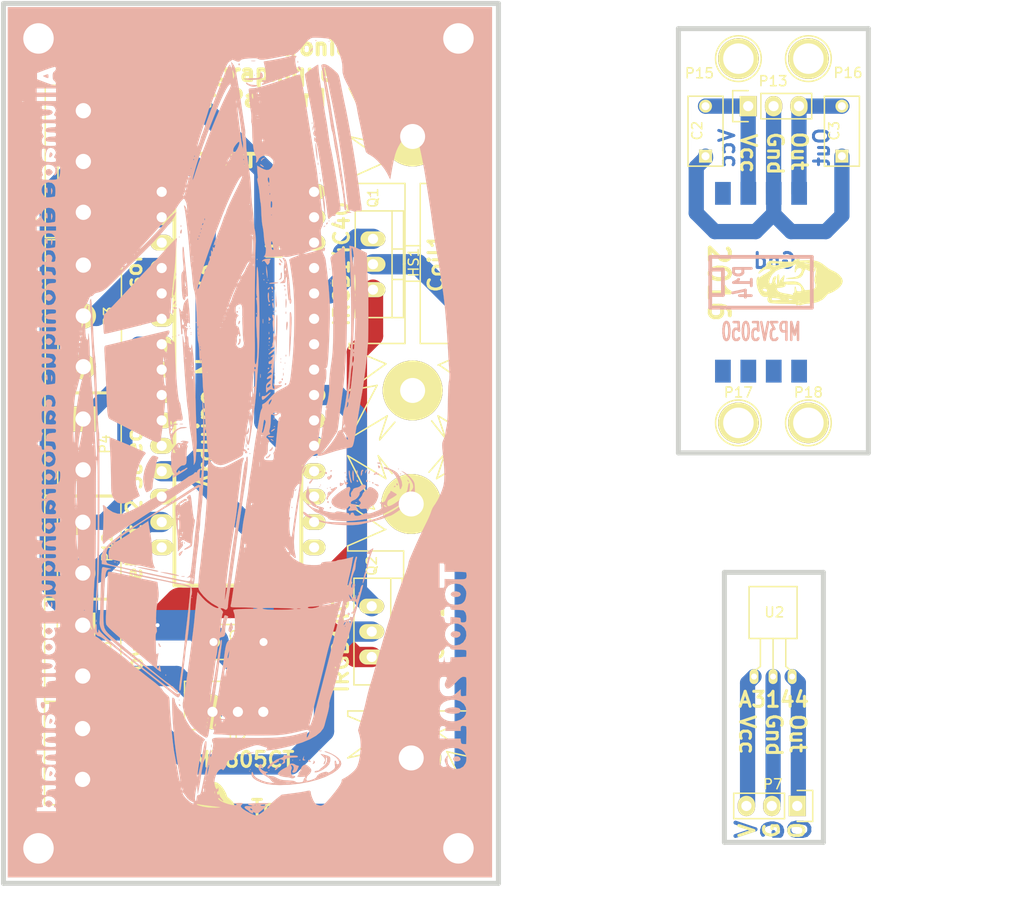
<source format=kicad_pcb>
(kicad_pcb (version 4) (host pcbnew 4.0.4+e1-6308~48~ubuntu16.04.1-stable)
  (layers (0 F.Cu signal) (31 B.Cu signal) (34 B.Paste user) (35 F.Paste user) (36 B.SilkS user) (37 F.SilkS user) (38 B.Mask user) (39 F.Mask user) (44 Edge.Cuts user))
  (net 0 "")
  (net 1 "Net-(U1-Pad1)")
  (net 2 "Net-(U1-Pad3)")
  (net 3 "Net-(U1-Pad11)")
  (net 4 "Net-(U1-Pad13)")
  (net 5 "Net-(U1-Pad15)")
  (net 6 "Net-(U1-Pad16)")
  (net 7 "Net-(U1-Pad17)")
  (net 8 "Net-(U1-Pad18)")
  (net 9 GND)
  (net 10 "Net-(U1-Pad21)")
  (net 11 "Net-(U1-Pad23)")
  (net 12 "Net-(U1-Pad24)")
  (net 13 "Net-(U1-Pad27)")
  (net 14 "Net-(U1-Pad28)")
  (net 15 "Net-(U1-Pad29)")
  (net 16 "Net-(U1-Pad30)")
  (net 17 "Net-(P1-Pad1)")
  (net 18 "Net-(P3-Pad1)")
  (net 19 "Net-(P3-Pad2)")
  (net 20 "Net-(P4-Pad1)")
  (net 21 "Net-(P6-Pad1)")
  (net 22 +5V)
  (net 23 "Net-(Q1-Pad1)")
  (net 24 "Net-(Q2-Pad1)")
  (net 25 "Net-(P7-Pad1)")
  (net 26 "Net-(P7-Pad2)")
  (net 27 "Net-(P7-Pad3)")
  (net 28 "Net-(P8-Pad1)")
  (net 29 "Net-(P9-Pad1)")
  (net 30 "Net-(P10-Pad1)")
  (net 31 "Net-(P11-Pad1)")
  (net 32 "Net-(U1-Pad5)")
  (net 33 "Net-(U1-Pad25)")
  (net 34 "Net-(U1-Pad6)")
  (net 35 "Net-(P12-Pad1)")
  (net 36 "Net-(P14-Pad1)")
  (net 37 "Net-(P14-Pad5)")
  (net 38 "Net-(P14-Pad6)")
  (net 39 "Net-(P14-Pad7)")
  (net 40 "Net-(P14-Pad8)")
  (net 41 "Net-(C2-Pad2)")
  (net 42 "Net-(C3-Pad2)")
  (net 43 "Net-(U1-Pad8)")
  (net 44 "Net-(U1-Pad10)")
  (net 45 "Net-(P1-Pad2)")
  (net 46 "Net-(P5-Pad2)")
  (net 47 "Net-(P15-Pad1)")
  (net 48 "Net-(P16-Pad1)")
  (net 49 "Net-(P17-Pad1)")
  (net 50 "Net-(P18-Pad1)")
  (module Connect:bornier2 (layer F.Cu) (at 69.46138 71.6026 270)
    (fp_text reference P4 (at -0.03048 -2.17932 270) (layer F.SilkS))
    (fp_text value CONN_SEL1)
    (pad 1 thru_hole rect (at -2.54 0 270) (size 2.54 2.54) (drill 1.524) (layers *.Cu *.Mask F.SilkS) (net 20 "Net-(P4-Pad1)"))
    (pad 2 thru_hole circle (at 2.54 0 270) (size 2.54 2.54) (drill 1.524) (layers *.Cu *.Mask F.SilkS) (net 9 GND))
  )
  (module Heatsinks:Heatsink_Fischer_SK104-STC-STIC_35x13mm_2xDrill2.5mm (layer F.Cu) (at 102.27818 90.2589 270)
    (fp_text reference HS2 (at -0.1397 -0.0254 270) (layer F.SilkS))
    (fp_text value HEATSINK)
    (pad 1 thru_hole circle (at 12.7 0 270) (size 5.99948 5.99948) (drill 2.49936) (layers *.Cu *.Mask F.SilkS))
    (pad 1 thru_hole circle (at -12.7 0 270) (size 5.99948 5.99948) (drill 2.49936) (layers *.Cu *.Mask F.SilkS))
  )
  (module Tete_budha:Tete_budha (layer F.Cu) (at 141.1605 55.372 270)
    (fp_text reference G1 hide)
    (fp_text value Tete_budha hide)
  )
  (module MP3V5050V:MP3V5050V (layer B.Cu) (at 137.2616 55.3847)
    (fp_text reference P14 (at -1.778 0 270) (layer B.SilkS) (effects (font (size 1.778 1.143) (thickness 0.3048)) (justify mirror)))
    (fp_text value MP3V5050 (at 0 4.953) (layer B.SilkS) (effects (font (size 1.778 1.016) (thickness 0.254)) (justify mirror)))
    (pad 1 smd rect (at -3.81 -8.89) (size 1.5748 2.286) (layers B.Cu B.Paste B.Mask) (net 36 "Net-(P14-Pad1)"))
    (pad 2 smd rect (at -1.27 -8.89) (size 1.5748 2.286) (layers B.Cu B.Paste B.Mask) (net 41 "Net-(C2-Pad2)"))
    (pad 3 smd rect (at 1.27 -8.89) (size 1.5748 2.286) (layers B.Cu B.Paste B.Mask) (net 9 GND))
    (pad 4 smd rect (at 3.81 -8.89) (size 1.5748 2.286) (layers B.Cu B.Paste B.Mask) (net 42 "Net-(C3-Pad2)"))
    (pad 5 smd rect (at 3.81 8.89) (size 1.5748 2.286) (layers B.Cu B.Paste B.Mask) (net 37 "Net-(P14-Pad5)"))
    (pad 6 smd rect (at 1.27 8.89) (size 1.5748 2.286) (layers B.Cu B.Paste B.Mask) (net 38 "Net-(P14-Pad6)"))
    (pad 7 smd rect (at -1.27 8.89) (size 1.5748 2.286) (layers B.Cu B.Paste B.Mask) (net 39 "Net-(P14-Pad7)"))
    (pad 8 smd rect (at -3.81 8.89) (size 1.5748 2.286) (layers B.Cu F.Paste F.Mask) (net 40 "Net-(P14-Pad8)"))
  )
  (module TO_SOT_Packages_THT:TO-92_Horizontal2_Inline_Narrow_Oval (layer F.Cu) (at 137.1981 94.82074)
    (fp_text reference U2 (at 1.397 -6.42874 180) (layer F.SilkS))
    (fp_text value A3144)
    (pad 2 thru_hole oval (at 1.27 0) (size 0.89916 1.50114) (drill 0.6) (layers *.Cu *.Mask F.SilkS) (net 26 "Net-(P7-Pad2)"))
    (pad 1 thru_hole oval (at -0.635 0) (size 0.89916 1.50114) (drill 0.6) (layers *.Cu *.Mask F.SilkS) (net 27 "Net-(P7-Pad3)"))
    (pad 3 thru_hole oval (at 3.175 0) (size 0.89916 1.50114) (drill 0.6) (layers *.Cu *.Mask F.SilkS) (net 25 "Net-(P7-Pad1)"))
  )
  (module arduino:arduino_mini (layer F.Cu) (at 84.94268 65.3923 270)
    (fp_text reference U1 (at -13.97 -3.81 270) (layer F.SilkS) (effects (font (size 1.778 1.778) (thickness 0.3048))))
    (fp_text value Arduino_Nano_V3 (at -0.635 3.175 270) (layer F.SilkS) (effects (font (size 1.778 1.778) (thickness 0.3048))))
    (pad 1 thru_hole rect (at -19.05 7.62 270) (size 1.5748 2.286) (drill 1.016) (layers *.Cu *.Mask F.SilkS) (net 1 "Net-(U1-Pad1)"))
    (pad 2 thru_hole oval (at -16.51 7.62 270) (size 1.5748 2.286) (drill 1.016) (layers *.Cu *.Mask F.SilkS) (net 18 "Net-(P3-Pad1)"))
    (pad 3 thru_hole oval (at -13.97 7.62 270) (size 1.5748 2.286) (drill 1.016) (layers *.Cu *.Mask F.SilkS) (net 2 "Net-(U1-Pad3)"))
    (pad 4 thru_hole oval (at -11.43 7.62 270) (size 1.5748 2.286) (drill 1.016) (layers *.Cu *.Mask F.SilkS) (net 19 "Net-(P3-Pad2)"))
    (pad 5 thru_hole oval (at -8.89 7.62 270) (size 1.5748 2.286) (drill 1.016) (layers *.Cu *.Mask F.SilkS) (net 32 "Net-(U1-Pad5)"))
    (pad 6 thru_hole oval (at -6.35 7.62 270) (size 1.5748 2.286) (drill 1.016) (layers *.Cu *.Mask F.SilkS) (net 34 "Net-(U1-Pad6)"))
    (pad 7 thru_hole oval (at -3.81 7.62 270) (size 1.5748 2.286) (drill 1.016) (layers *.Cu *.Mask F.SilkS) (net 20 "Net-(P4-Pad1)"))
    (pad 8 thru_hole oval (at -1.27 7.62 270) (size 1.5748 2.286) (drill 1.016) (layers *.Cu *.Mask F.SilkS) (net 43 "Net-(U1-Pad8)"))
    (pad 9 thru_hole oval (at 1.27 7.62 270) (size 1.5748 2.286) (drill 1.016) (layers *.Cu *.Mask F.SilkS) (net 35 "Net-(P12-Pad1)"))
    (pad 10 thru_hole oval (at 3.81 7.62 270) (size 1.5748 2.286) (drill 1.016) (layers *.Cu *.Mask F.SilkS) (net 44 "Net-(U1-Pad10)"))
    (pad 11 thru_hole oval (at 6.35 7.62 270) (size 1.5748 2.286) (drill 1.016) (layers *.Cu *.Mask F.SilkS) (net 3 "Net-(U1-Pad11)"))
    (pad 12 thru_hole oval (at 8.89 7.62 270) (size 1.5748 2.286) (drill 1.016) (layers *.Cu *.Mask F.SilkS) (net 22 +5V))
    (pad 13 thru_hole oval (at 11.43 7.62 270) (size 1.5748 2.286) (drill 1.016) (layers *.Cu *.Mask F.SilkS) (net 4 "Net-(U1-Pad13)"))
    (pad 14 thru_hole oval (at 13.97 7.62 270) (size 1.5748 2.286) (drill 1.016) (layers *.Cu *.Mask F.SilkS) (net 9 GND))
    (pad 15 thru_hole oval (at 16.51 7.62 270) (size 1.5748 2.286) (drill 1.016) (layers *.Cu *.Mask F.SilkS) (net 5 "Net-(U1-Pad15)"))
    (pad 16 thru_hole oval (at 16.51 -7.62 270) (size 1.5748 2.286) (drill 1.016) (layers *.Cu *.Mask F.SilkS) (net 6 "Net-(U1-Pad16)"))
    (pad 17 thru_hole oval (at 13.97 -7.62 270) (size 1.5748 2.286) (drill 1.016) (layers *.Cu *.Mask F.SilkS) (net 7 "Net-(U1-Pad17)"))
    (pad 18 thru_hole oval (at 11.43 -7.62 270) (size 1.5748 2.286) (drill 1.016) (layers *.Cu *.Mask F.SilkS) (net 8 "Net-(U1-Pad18)"))
    (pad 19 thru_hole oval (at 8.89 -7.62 270) (size 1.5748 2.286) (drill 1.016) (layers *.Cu *.Mask F.SilkS) (net 9 GND))
    (pad 20 thru_hole oval (at 6.35 -7.62 270) (size 1.5748 2.286) (drill 1.016) (layers *.Cu *.Mask F.SilkS) (net 21 "Net-(P6-Pad1)"))
    (pad 21 thru_hole oval (at 3.81 -7.62 270) (size 1.5748 2.286) (drill 1.016) (layers *.Cu *.Mask F.SilkS) (net 10 "Net-(U1-Pad21)"))
    (pad 22 thru_hole oval (at 1.27 -7.62 270) (size 1.5748 2.286) (drill 1.016) (layers *.Cu *.Mask F.SilkS) (net 24 "Net-(Q2-Pad1)"))
    (pad 23 thru_hole oval (at -1.27 -7.62 270) (size 1.5748 2.286) (drill 1.016) (layers *.Cu *.Mask F.SilkS) (net 11 "Net-(U1-Pad23)"))
    (pad 24 thru_hole oval (at -3.81 -7.62 270) (size 1.5748 2.286) (drill 1.016) (layers *.Cu *.Mask F.SilkS) (net 12 "Net-(U1-Pad24)"))
    (pad 25 thru_hole oval (at -6.35 -7.62 270) (size 1.5748 2.286) (drill 1.016) (layers *.Cu *.Mask F.SilkS) (net 33 "Net-(U1-Pad25)"))
    (pad 26 thru_hole oval (at -8.89 -7.62 270) (size 1.5748 2.286) (drill 1.016) (layers *.Cu *.Mask F.SilkS) (net 23 "Net-(Q1-Pad1)"))
    (pad 27 thru_hole oval (at -11.43 -7.62 270) (size 1.5748 2.286) (drill 1.016) (layers *.Cu *.Mask F.SilkS) (net 13 "Net-(U1-Pad27)"))
    (pad 28 thru_hole oval (at -13.97 -7.62 270) (size 1.5748 2.286) (drill 1.016) (layers *.Cu *.Mask F.SilkS) (net 14 "Net-(U1-Pad28)"))
    (pad 29 thru_hole oval (at -16.51 -7.62 270) (size 1.5748 2.286) (drill 1.016) (layers *.Cu *.Mask F.SilkS) (net 15 "Net-(U1-Pad29)"))
    (pad 30 thru_hole oval (at -19.05 -7.62 270) (size 1.5748 2.286) (drill 1.016) (layers *.Cu *.Mask F.SilkS) (net 16 "Net-(U1-Pad30)"))
  )
  (module Connect:bornier3 (layer F.Cu) (at 69.48678 58.7502 270)
    (fp_text reference P3 (at 0.03048 -2.56286 270) (layer F.SilkS))
    (fp_text value CONN_DEP)
    (pad 1 thru_hole rect (at -5.08 0 270) (size 2.54 2.54) (drill 1.524) (layers *.Cu *.Mask F.SilkS) (net 18 "Net-(P3-Pad1)"))
    (pad 2 thru_hole circle (at 0 0 270) (size 2.54 2.54) (drill 1.524) (layers *.Cu *.Mask F.SilkS) (net 19 "Net-(P3-Pad2)"))
    (pad 3 thru_hole circle (at 5.08 0 270) (size 2.54 2.54) (drill 1.524) (layers *.Cu *.Mask F.SilkS) (net 9 GND))
  )
  (module Connect:bornier2 (layer F.Cu) (at 69.42328 92.2274 270)
    (fp_text reference P5 (at 0.01778 -2.33426 270) (layer F.SilkS))
    (fp_text value CONN_12V)
    (pad 1 thru_hole rect (at -2.54 0 270) (size 2.54 2.54) (drill 1.524) (layers *.Cu *.Mask F.SilkS) (net 9 GND))
    (pad 2 thru_hole circle (at 2.54 0 270) (size 2.54 2.54) (drill 1.524) (layers *.Cu *.Mask F.SilkS) (net 46 "Net-(P5-Pad2)"))
  )
  (module Connect:bornier3 (layer F.Cu) (at 69.48678 43.307 270)
    (fp_text reference P6 (at -0.0254 -2.54508 270) (layer F.SilkS))
    (fp_text value CONN_HALL1)
    (pad 1 thru_hole rect (at -5.08 0 270) (size 2.54 2.54) (drill 1.524) (layers *.Cu *.Mask F.SilkS) (net 21 "Net-(P6-Pad1)"))
    (pad 2 thru_hole circle (at 0 0 270) (size 2.54 2.54) (drill 1.524) (layers *.Cu *.Mask F.SilkS) (net 9 GND))
    (pad 3 thru_hole circle (at 5.08 0 270) (size 2.54 2.54) (drill 1.524) (layers *.Cu *.Mask F.SilkS) (net 22 +5V))
  )
  (module TO_SOT_Packages_THT:TO-220_Neutral123_Vertical (layer F.Cu) (at 98.45548 53.58384 270)
    (fp_text reference Q1 (at -6.64464 0 270) (layer F.SilkS))
    (fp_text value IRGB14C40)
    (pad 2 thru_hole oval (at 0 0) (size 2.49936 1.50114) (drill 1.016) (layers *.Cu *.Mask F.SilkS) (net 45 "Net-(P1-Pad2)"))
    (pad 1 thru_hole oval (at -2.54 0) (size 2.49936 1.50114) (drill 1.016) (layers *.Cu *.Mask F.SilkS) (net 23 "Net-(Q1-Pad1)"))
    (pad 3 thru_hole oval (at 2.54 0) (size 2.49936 1.50114) (drill 1.016) (layers *.Cu *.Mask F.SilkS) (net 9 GND))
  )
  (module TO_SOT_Packages_THT:TO-220_Neutral123_Vertical (layer F.Cu) (at 98.32848 90.3224 270)
    (fp_text reference Q2 (at -6.5786 0 270) (layer F.SilkS))
    (fp_text value IRGB14C40)
    (pad 2 thru_hole oval (at 0 0) (size 2.49936 1.50114) (drill 1.016) (layers *.Cu *.Mask F.SilkS) (net 17 "Net-(P1-Pad1)"))
    (pad 1 thru_hole oval (at -2.54 0) (size 2.49936 1.50114) (drill 1.016) (layers *.Cu *.Mask F.SilkS) (net 24 "Net-(Q2-Pad1)"))
    (pad 3 thru_hole oval (at 2.54 0) (size 2.49936 1.50114) (drill 1.016) (layers *.Cu *.Mask F.SilkS) (net 9 GND))
  )
  (module Socket_Strips:Socket_Strip_Straight_1x03 (layer F.Cu) (at 140.8811 107.7595 180)
    (fp_text reference P7 (at 2.4384 2.1717 180) (layer F.SilkS))
    (fp_text value CONN_HALL2)
    (pad 1 thru_hole rect (at 0 0 180) (size 1.7272 2.032) (drill 1.016) (layers *.Cu *.Mask F.SilkS) (net 25 "Net-(P7-Pad1)"))
    (pad 2 thru_hole oval (at 2.54 0 180) (size 1.7272 2.032) (drill 1.016) (layers *.Cu *.Mask F.SilkS) (net 26 "Net-(P7-Pad2)"))
    (pad 3 thru_hole oval (at 5.08 0 180) (size 1.7272 2.032) (drill 1.016) (layers *.Cu *.Mask F.SilkS) (net 27 "Net-(P7-Pad3)"))
  )
  (module TO_SOT_Packages_THT:TO-220_Neutral123_Vertical_LargePads (layer F.Cu) (at 84.94268 98.3488)
    (fp_text reference U3 (at 0.0127 2.7813) (layer F.SilkS))
    (fp_text value LM7805CT)
    (pad 2 thru_hole oval (at 0 0 90) (size 3.50012 1.69926) (drill 1.016) (layers *.Cu *.Mask F.SilkS) (net 9 GND))
    (pad 1 thru_hole oval (at -2.54 0 90) (size 3.50012 1.69926) (drill 1.016) (layers *.Cu *.Mask F.SilkS) (net 46 "Net-(P5-Pad2)"))
    (pad 3 thru_hole oval (at 2.54 0 90) (size 3.50012 1.69926) (drill 1.016) (layers *.Cu *.Mask F.SilkS) (net 22 +5V))
  )
  (module Heatsinks:Heatsink_Fischer_SK104-STC-STIC_35x13mm_2xDrill2.5mm (layer F.Cu) (at 102.41788 53.5051 90)
    (fp_text reference HS1 (at 0.1016 0.1016 90) (layer F.SilkS))
    (fp_text value HEATSINK)
    (pad 1 thru_hole circle (at 12.7 0 90) (size 5.99948 5.99948) (drill 2.49936) (layers *.Cu *.Mask F.SilkS))
    (pad 1 thru_hole circle (at -12.7 0 90) (size 5.99948 5.99948) (drill 2.49936) (layers *.Cu *.Mask F.SilkS))
  )
  (module Connect:1pin (layer F.Cu) (at 107 31)
    (fp_text reference P8 (at -3.4978 1.4406) (layer F.SilkS))
    (fp_text value FIX)
    (pad 1 thru_hole circle (at 0 0) (size 4.064 4.064) (drill 3.048) (layers *.Cu *.Mask F.SilkS) (net 28 "Net-(P8-Pad1)"))
  )
  (module Connect:1pin (layer F.Cu) (at 107 112 180)
    (fp_text reference P9 (at 3.6502 1.0782 180) (layer F.SilkS))
    (fp_text value FIX)
    (pad 1 thru_hole circle (at 0 0 180) (size 4.064 4.064) (drill 3.048) (layers *.Cu *.Mask F.SilkS) (net 29 "Net-(P9-Pad1)"))
  )
  (module Connect:1pin (layer F.Cu) (at 65 112 180)
    (fp_text reference P10 (at -4.12356 1.13408 180) (layer F.SilkS))
    (fp_text value FIX)
    (pad 1 thru_hole circle (at 0 0 180) (size 4.064 4.064) (drill 3.048) (layers *.Cu *.Mask F.SilkS) (net 30 "Net-(P10-Pad1)"))
  )
  (module Connect:1pin (layer F.Cu) (at 65 31)
    (fp_text reference P11 (at 4.0118 1.3644) (layer F.SilkS))
    (fp_text value FIX)
    (pad 1 thru_hole circle (at 0 0) (size 4.064 4.064) (drill 3.048) (layers *.Cu *.Mask F.SilkS) (net 31 "Net-(P11-Pad1)"))
  )
  (module Capacitors_ThroughHole:C_Rect_L7_W3.5_P5 (layer F.Cu) (at 87.50808 91.3638 180)
    (fp_text reference C1 (at 2.55016 0.57404 180) (layer F.SilkS))
    (fp_text value 100n)
    (pad 1 thru_hole rect (at 0 0 180) (size 1.3 1.3) (drill 0.8) (layers *.Cu *.Mask F.SilkS) (net 22 +5V))
    (pad 2 thru_hole circle (at 5 0 180) (size 1.3 1.3) (drill 0.8) (layers *.Cu *.Mask F.SilkS) (net 9 GND))
  )
  (module Connect:bornier2 (layer F.Cu) (at 69.43598 81.9277 270)
    (fp_text reference P12 (at -0.0127 -2.4511 270) (layer F.SilkS))
    (fp_text value CONN_SEL2)
    (pad 1 thru_hole rect (at -2.54 0 270) (size 2.54 2.54) (drill 1.524) (layers *.Cu *.Mask F.SilkS) (net 35 "Net-(P12-Pad1)"))
    (pad 2 thru_hole circle (at 2.54 0 270) (size 2.54 2.54) (drill 1.524) (layers *.Cu *.Mask F.SilkS) (net 9 GND))
  )
  (module Tete_budha:Tete_budha (layer F.Cu) (at 82.7024 109.63656)
    (fp_text reference G1 hide)
    (fp_text value Tete_budha hide)
  )
  (module Socket_Strips:Socket_Strip_Straight_1x03 (layer F.Cu) (at 135.9789 37.7698)
    (fp_text reference P13 (at 2.49174 -2.50444) (layer F.SilkS))
    (fp_text value CONN_DEP2)
    (pad 1 thru_hole rect (at 0 0) (size 1.7272 2.032) (drill 1.016) (layers *.Cu *.Mask F.SilkS) (net 41 "Net-(C2-Pad2)"))
    (pad 2 thru_hole oval (at 2.54 0) (size 1.7272 2.032) (drill 1.016) (layers *.Cu *.Mask F.SilkS) (net 9 GND))
    (pad 3 thru_hole oval (at 5.08 0) (size 1.7272 2.032) (drill 1.016) (layers *.Cu *.Mask F.SilkS) (net 42 "Net-(C3-Pad2)"))
  )
  (module Capacitors_ThroughHole:C_Rect_L7_W3.5_P5 (layer F.Cu) (at 131.7117 42.7736 90)
    (fp_text reference C2 (at 2.5527 -0.8382 90) (layer F.SilkS))
    (fp_text value 1µ)
    (pad 1 thru_hole rect (at 0 0 90) (size 1.3 1.3) (drill 0.8) (layers *.Cu *.Mask F.SilkS) (net 9 GND))
    (pad 2 thru_hole circle (at 5 0 90) (size 1.3 1.3) (drill 0.8) (layers *.Cu *.Mask F.SilkS) (net 41 "Net-(C2-Pad2)"))
  )
  (module Capacitors_ThroughHole:C_Rect_L7_W3.5_P5 (layer F.Cu) (at 145.3515 42.7736 90)
    (fp_text reference C3 (at 2.54 -0.7747 90) (layer F.SilkS))
    (fp_text value 470p)
    (pad 1 thru_hole rect (at 0 0 90) (size 1.3 1.3) (drill 0.8) (layers *.Cu *.Mask F.SilkS) (net 9 GND))
    (pad 2 thru_hole circle (at 5 0 90) (size 1.3 1.3) (drill 0.8) (layers *.Cu *.Mask F.SilkS) (net 42 "Net-(C3-Pad2)"))
  )
  (module Connect:bornier2 (layer F.Cu) (at 69.41058 102.5652 270)
    (fp_text reference P1 (at -0.0254 -2.5654 270) (layer F.SilkS))
    (fp_text value CONN_IGBT)
    (pad 1 thru_hole rect (at -2.54 0 270) (size 2.54 2.54) (drill 1.524) (layers *.Cu *.Mask F.SilkS) (net 17 "Net-(P1-Pad1)"))
    (pad 2 thru_hole circle (at 2.54 0 270) (size 2.54 2.54) (drill 1.524) (layers *.Cu *.Mask F.SilkS) (net 45 "Net-(P1-Pad2)"))
  )
  (module aecp_Nano_V3:Panhard24CT2 (layer B.Cu) (at 86.1441 71.3867 270)
    (fp_text reference G2 hide)
    (fp_text value Panhard24CT hide)
  )
  (module Connect:1pin (layer F.Cu) (at 134.999 33.0188)
    (fp_text reference P15 (at -3.8969 1.4617) (layer F.SilkS))
    (fp_text value FIX)
    (pad 1 thru_hole circle (at 0 0) (size 4.064 4.064) (drill 3.048) (layers *.Cu *.Mask F.SilkS) (net 47 "Net-(P15-Pad1)"))
  )
  (module Connect:1pin (layer F.Cu) (at 141.999 33.0188)
    (fp_text reference P16 (at 3.9624 1.4236) (layer F.SilkS))
    (fp_text value FIX)
    (pad 1 thru_hole circle (at 0 0) (size 4.064 4.064) (drill 3.048) (layers *.Cu *.Mask F.SilkS) (net 48 "Net-(P16-Pad1)"))
  )
  (module Connect:1pin (layer F.Cu) (at 134.999 69.4478)
    (fp_text reference P17 (at 0 -3.048) (layer F.SilkS))
    (fp_text value FIX)
    (pad 1 thru_hole circle (at 0 0) (size 4.064 4.064) (drill 3.048) (layers *.Cu *.Mask F.SilkS) (net 49 "Net-(P17-Pad1)"))
  )
  (module Connect:1pin (layer F.Cu) (at 141.999 69.4478)
    (fp_text reference P18 (at 0 -3.048) (layer F.SilkS))
    (fp_text value FIX)
    (pad 1 thru_hole circle (at 0 0) (size 4.064 4.064) (drill 3.048) (layers *.Cu *.Mask F.SilkS) (net 50 "Net-(P18-Pad1)"))
  )
  (gr_text Coil (at 74.676 102.6414 90) (layer F.SilkS) (effects (font (size 1.5 1.5) (thickness 0.3))))
  (gr_text Power (at 74.6379 92.4306 90) (layer F.SilkS) (effects (font (size 1.5 1.5) (thickness 0.3))))
  (gr_text Gnd (at 63.7032 84.5058 90) (layer F.SilkS) (effects (font (size 1.5 1.5) (thickness 0.3))))
  (gr_text C2 (at 63.7413 100.0506 90) (layer F.SilkS) (effects (font (size 1.5 1.5) (thickness 0.3))))
  (gr_text C1 (at 63.7032 105.1179 90) (layer F.SilkS) (effects (font (size 1.5 1.5) (thickness 0.3))))
  (gr_text SV (at 63.64732 79.40548 90) (layer F.SilkS) (effects (font (size 1.5 1.5) (thickness 0.3))))
  (gr_text SC (at 63.73368 69.08292 90) (layer F.SilkS) (effects (font (size 1.5 1.5) (thickness 0.3))))
  (gr_text In (at 63.87084 59.12104 90) (layer F.SilkS) (effects (font (size 1.5 1.5) (thickness 0.3))))
  (gr_text Gnd (at 63.75908 43.41876 90) (layer F.SilkS) (effects (font (size 1.5 1.5) (thickness 0.3))))
  (gr_text Gnd (at 63.7032 89.74328 90) (layer F.SilkS) (effects (font (size 1.5 1.5) (thickness 0.3))))
  (gr_text Gnd (at 63.7032 74.20864 90) (layer F.SilkS) (effects (font (size 1.5 1.5) (thickness 0.3))))
  (gr_text "Allumage électronique\ncartographique\npour Panhard" (at 85.5726 34.4424) (layer F.SilkS) (effects (font (size 1.6 1.6) (thickness 0.4))))
  (gr_text 2016 (at 133.0452 55.4482 270) (layer F.SilkS) (effects (font (size 2 2) (thickness 0.4))))
  (gr_text Gnd (at 138.684 42.5069 270) (layer F.SilkS) (effects (font (size 1.5 1.5) (thickness 0.3))))
  (gr_text A3144 (at 138.5316 97.1169) (layer F.SilkS) (effects (font (size 1.5 1.5) (thickness 0.3))))
  (gr_text O (at 140.8684 110.2106 90) (layer F.SilkS) (effects (font (size 1.5 1.5) (thickness 0.3))))
  (gr_text G (at 138.3284 110.1979 90) (layer F.SilkS) (effects (font (size 1.5 1.5) (thickness 0.3))))
  (gr_text V (at 135.8646 110.2106 90) (layer F.SilkS) (effects (font (size 1.5 1.5) (thickness 0.3))))
  (gr_text O (at 141.1859 110.0963 90) (layer B.Cu) (effects (font (size 2 2) (thickness 0.4)) (justify mirror)))
  (gr_text G (at 138.4681 110.1217 90) (layer B.Cu) (effects (font (size 2 2) (thickness 0.4)) (justify mirror)))
  (gr_text V (at 135.8011 110.0963 90) (layer B.Cu) (effects (font (size 2 2) (thickness 0.4)) (justify mirror)))
  (gr_text Gnd (at 138.6332 53.2257) (layer B.Cu) (effects (font (size 1.5 1.5) (thickness 0.3)) (justify mirror)))
  (gr_text Vcc (at 133.858 41.9862 90) (layer B.Cu) (effects (font (size 1.5 1.5) (thickness 0.3)) (justify mirror)))
  (gr_text Out (at 143.3322 41.8719 90) (layer B.Cu) (effects (font (size 1.5 1.5) (thickness 0.3)) (justify mirror)))
  (gr_line (start 147.999 30.0188) (end 147.999 72.4478) (angle 90) (layer Edge.Cuts) (width 0.5))
  (gr_text "Totof\n2016" (at 89.07272 109.13364) (layer F.SilkS) (effects (font (size 1.5 1.5) (thickness 0.3))))
  (gr_text Out (at 140.9446 100.5078 270) (layer F.SilkS) (effects (font (size 1.5 1.5) (thickness 0.3))))
  (gr_text Gnd (at 138.5697 100.6602 270) (layer F.SilkS) (effects (font (size 1.5 1.5) (thickness 0.3))))
  (gr_text Vcc (at 135.89 100.6348 270) (layer F.SilkS) (effects (font (size 1.5 1.5) (thickness 0.3))))
  (gr_text Out (at 141.0843 42.2656 270) (layer F.SilkS) (effects (font (size 1.5 1.5) (thickness 0.3))))
  (gr_text Vcc (at 136.0043 42.4942 270) (layer F.SilkS) (effects (font (size 1.5 1.5) (thickness 0.3))))
  (gr_line (start 128.999 72.4478) (end 128.999 30.0188) (angle 90) (layer Edge.Cuts) (width 0.5))
  (gr_line (start 147.999 72.4478) (end 128.999 72.4478) (angle 90) (layer Edge.Cuts) (width 0.5))
  (gr_line (start 128.999 30.0188) (end 147.999 30.0188) (angle 90) (layer Edge.Cuts) (width 0.5))
  (gr_text 3V3 (at 64.008 53.6829 90) (layer F.SilkS) (effects (font (size 1.5 1.5) (thickness 0.3))))
  (gr_text In (at 63.8302 38.14064 90) (layer F.SilkS) (effects (font (size 1.5 1.5) (thickness 0.3))))
  (gr_text 5V (at 63.9699 48.387 90) (layer F.SilkS) (effects (font (size 1.5 1.5) (thickness 0.3))))
  (gr_text Coil2 (at 104.7496 90.33256 90) (layer F.SilkS) (effects (font (size 1.5 1.5) (thickness 0.3))))
  (gr_text Coil1 (at 104.775 53.45684 90) (layer F.SilkS) (effects (font (size 1.5 1.5) (thickness 0.3))))
  (gr_text Gnd (at 63.89624 63.82004 90) (layer F.SilkS) (effects (font (size 1.5 1.5) (thickness 0.3))))
  (gr_text 12V (at 63.74384 94.68104 90) (layer F.SilkS) (effects (font (size 1.5 1.5) (thickness 0.3))))
  (gr_text "Select 2" (at 74.5744 81.8642 90) (layer F.SilkS) (effects (font (size 1.5 1.5) (thickness 0.3))))
  (gr_text "Select 1" (at 74.5744 71.38924 90) (layer F.SilkS) (effects (font (size 1.5 1.5) (thickness 0.3))))
  (gr_text "Vac sensor" (at 74.56424 58.71464 90) (layer F.SilkS) (effects (font (size 1.5 1.5) (thickness 0.3))))
  (gr_text IRGB14C40 (at 95.31858 53.5686 90) (layer F.SilkS) (effects (font (size 1.5 1.5) (thickness 0.3))))
  (gr_text IRGB14C40 (at 95.22968 90.1954 90) (layer F.SilkS) (effects (font (size 1.5 1.5) (thickness 0.3))))
  (gr_text "Hall sensor" (at 74.64044 43.39844 90) (layer F.SilkS) (effects (font (size 1.5 1.5) (thickness 0.3))))
  (gr_text LM7805CT (at 84.91728 103.124) (layer F.SilkS) (effects (font (size 1.5 1.5) (thickness 0.3))))
  (gr_line (start 133.599 111.398) (end 133.599 84.398) (angle 90) (layer Edge.Cuts) (width 0.5))
  (gr_line (start 143.499 111.398) (end 133.599 111.398) (angle 90) (layer Edge.Cuts) (width 0.5))
  (gr_line (start 143.499 84.398) (end 143.499 111.398) (angle 90) (layer Edge.Cuts) (width 0.5))
  (gr_line (start 133.599 84.398) (end 143.499 84.398) (angle 90) (layer Edge.Cuts) (width 0.5))
  (gr_line (start 61.5 27.5) (end 111 27.5) (angle 90) (layer Edge.Cuts) (width 0.5))
  (gr_line (start 61.5 115.5) (end 61.5 27.5) (angle 90) (layer Edge.Cuts) (width 0.5))
  (gr_line (start 111 115.5) (end 61.5 115.5) (angle 90) (layer Edge.Cuts) (width 0.5))
  (gr_line (start 111 27.5) (end 111 115.5) (angle 90) (layer Edge.Cuts) (width 0.5))
  (segment (start 69.43598 84.4677) (end 69.43598 89.6747) (width 3.048) (layer B.Cu) (net 9))
  (segment (start 69.43598 89.6747) (end 69.42328 89.6874) (width 3.048) (layer B.Cu) (net 9))
  (segment (start 91.57716 87.4522) (end 79.13624 87.4522) (width 3.048) (layer F.Cu) (net 9))
  (segment (start 79.13624 87.4522) (end 76.90612 89.68232) (width 3.048) (layer F.Cu) (net 9))
  (via (at 76.90612 89.68232) (size 0.6) (drill 0.4) (layers F.Cu B.Cu) (net 9))
  (segment (start 76.90612 89.68232) (end 76.90104 89.6874) (width 3.048) (layer B.Cu) (net 9))
  (segment (start 76.90104 89.6874) (end 69.42328 89.6874) (width 3.048) (layer B.Cu) (net 9))
  (segment (start 98.45548 56.12384) (end 98.45548 60.7568) (width 2.032) (layer F.Cu) (net 9))
  (segment (start 96.84512 82.18424) (end 91.57716 87.4522) (width 2.032) (layer F.Cu) (net 9))
  (segment (start 91.57716 87.4522) (end 91.43492 87.59444) (width 2.032) (layer F.Cu) (net 9))
  (segment (start 96.84512 62.36716) (end 96.84512 82.18424) (width 2.032) (layer F.Cu) (net 9))
  (segment (start 98.45548 60.7568) (end 96.84512 62.36716) (width 2.032) (layer F.Cu) (net 9))
  (segment (start 98.32848 92.8624) (end 96.70288 92.8624) (width 2.032) (layer F.Cu) (net 9))
  (segment (start 96.70288 92.8624) (end 91.43492 87.59444) (width 2.032) (layer F.Cu) (net 9))
  (segment (start 69.46138 74.1426) (end 68.00088 74.1426) (width 2.032) (layer B.Cu) (net 9))
  (segment (start 68.00088 74.1426) (end 66.13398 76.0095) (width 2.032) (layer B.Cu) (net 9))
  (segment (start 69.48678 63.8302) (end 67.82308 63.8302) (width 2.032) (layer B.Cu) (net 9))
  (segment (start 67.82308 63.8302) (end 66.13398 65.5193) (width 2.032) (layer B.Cu) (net 9))
  (segment (start 69.42328 89.6874) (end 69.42328 88.8619) (width 2.032) (layer B.Cu) (net 9))
  (segment (start 69.42328 88.8619) (end 67.28968 86.7283) (width 3.048) (layer B.Cu) (net 9))
  (segment (start 69.43598 84.4677) (end 69.43598 84.582) (width 2.032) (layer B.Cu) (net 9))
  (segment (start 69.43598 84.582) (end 67.28968 86.7283) (width 3.048) (layer B.Cu) (net 9))
  (segment (start 69.48678 43.307) (end 69.29628 43.307) (width 2.032) (layer B.Cu) (net 9))
  (segment (start 69.29628 43.307) (end 66.13398 46.4693) (width 2.032) (layer B.Cu) (net 9))
  (segment (start 66.13398 46.4693) (end 66.13398 65.5193) (width 2.032) (layer B.Cu) (net 9))
  (segment (start 66.13398 65.5193) (end 66.13398 76.0095) (width 2.032) (layer B.Cu) (net 9))
  (segment (start 66.13398 76.0095) (end 66.13398 85.5726) (width 2.032) (layer B.Cu) (net 9))
  (segment (start 66.13398 85.5726) (end 67.28968 86.7283) (width 2.032) (layer B.Cu) (net 9))
  (segment (start 67.28968 86.7283) (end 69.43598 86.7283) (width 3.048) (layer B.Cu) (net 9))
  (segment (start 69.43598 84.4677) (end 69.43598 86.7283) (width 2.032) (layer B.Cu) (net 9))
  (segment (start 69.43598 86.7283) (end 69.43598 89.6747) (width 2.032) (layer B.Cu) (net 9))
  (segment (start 69.43598 89.6747) (end 69.42328 89.6874) (width 2.032) (layer B.Cu) (net 9))
  (segment (start 77.32268 79.3623) (end 75.84948 79.3623) (width 2.032) (layer B.Cu) (net 9))
  (segment (start 70.74408 84.4677) (end 69.43598 84.4677) (width 2.032) (layer B.Cu) (net 9))
  (segment (start 75.84948 79.3623) (end 70.74408 84.4677) (width 2.032) (layer B.Cu) (net 9))
  (segment (start 69.42328 89.6874) (end 80.83168 89.6874) (width 3.048) (layer B.Cu) (net 9))
  (segment (start 80.83168 89.6874) (end 82.50808 91.3638) (width 3.048) (layer B.Cu) (net 9))
  (segment (start 84.94268 98.3488) (end 84.94268 93.7984) (width 2.032) (layer B.Cu) (net 9))
  (segment (start 84.94268 93.7984) (end 82.50808 91.3638) (width 2.032) (layer B.Cu) (net 9))
  (segment (start 131.7117 42.7736) (end 131.7117 42.9387) (width 1.524) (layer B.Cu) (net 9))
  (segment (start 131.7117 42.9387) (end 130.7846 43.8658) (width 1.524) (layer B.Cu) (net 9))
  (segment (start 130.7846 43.8658) (end 130.7846 48.4632) (width 1.524) (layer B.Cu) (net 9))
  (segment (start 130.7846 48.4632) (end 132.6388 50.3174) (width 1.524) (layer B.Cu) (net 9))
  (segment (start 132.6388 50.3174) (end 136.7282 50.3174) (width 1.524) (layer B.Cu) (net 9))
  (segment (start 136.7282 50.3174) (end 138.5316 48.514) (width 1.524) (layer B.Cu) (net 9))
  (segment (start 145.3515 42.7736) (end 145.3515 48.7045) (width 1.524) (layer B.Cu) (net 9))
  (segment (start 138.5316 48.5775) (end 138.5316 48.514) (width 1.524) (layer B.Cu) (net 9))
  (segment (start 138.5316 48.514) (end 138.5316 46.4947) (width 1.524) (layer B.Cu) (net 9))
  (segment (start 140.2715 50.3174) (end 138.5316 48.5775) (width 1.524) (layer B.Cu) (net 9))
  (segment (start 143.7386 50.3174) (end 140.2715 50.3174) (width 1.524) (layer B.Cu) (net 9))
  (segment (start 145.3515 48.7045) (end 143.7386 50.3174) (width 1.524) (layer B.Cu) (net 9))
  (segment (start 138.5189 37.7698) (end 138.5189 46.482) (width 1.524) (layer B.Cu) (net 9))
  (segment (start 138.5443 37.7444) (end 138.5189 37.7698) (width 1.016) (layer B.Cu) (net 9))
  (segment (start 69.48678 63.8302) (end 69.1261 63.8302) (width 2.032) (layer B.Cu) (net 9))
  (segment (start 69.48678 63.8302) (end 69.08038 63.8302) (width 1.016) (layer B.Cu) (net 9))
  (segment (start 98.47072 56.13908) (end 98.45548 56.12384) (width 1.016) (layer B.Cu) (net 9))
  (segment (start 98.40722 92.78366) (end 98.32848 92.8624) (width 1.016) (layer B.Cu) (net 9))
  (segment (start 98.32848 90.3224) (end 96.09328 90.3224) (width 2.032) (layer B.Cu) (net 17))
  (segment (start 96.09328 90.3224) (end 93.55328 92.8624) (width 2.032) (layer B.Cu) (net 17))
  (segment (start 93.55328 92.8624) (end 93.55328 100.2919) (width 2.032) (layer B.Cu) (net 17))
  (segment (start 93.55328 100.2919) (end 90.23858 103.6066) (width 2.032) (layer B.Cu) (net 17))
  (segment (start 90.23858 103.6066) (end 80.30718 103.6066) (width 2.032) (layer B.Cu) (net 17))
  (segment (start 80.30718 103.6066) (end 76.72578 100.0252) (width 2.032) (layer B.Cu) (net 17))
  (segment (start 76.72578 100.0252) (end 69.41058 100.0252) (width 2.032) (layer B.Cu) (net 17))
  (segment (start 77.32268 48.8823) (end 75.90028 48.8823) (width 2.032) (layer B.Cu) (net 18))
  (segment (start 71.11238 53.6702) (end 69.48678 53.6702) (width 2.032) (layer B.Cu) (net 18))
  (segment (start 75.90028 48.8823) (end 71.11238 53.6702) (width 2.032) (layer B.Cu) (net 18))
  (segment (start 77.29982 48.90516) (end 77.32268 48.8823) (width 1.016) (layer B.Cu) (net 18))
  (segment (start 77.32268 53.9623) (end 75.57008 53.9623) (width 2.032) (layer B.Cu) (net 19))
  (segment (start 70.78218 58.7502) (end 69.48678 58.7502) (width 2.032) (layer B.Cu) (net 19))
  (segment (start 75.57008 53.9623) (end 70.78218 58.7502) (width 2.032) (layer B.Cu) (net 19))
  (segment (start 77.29982 53.98516) (end 77.32268 53.9623) (width 1.016) (layer B.Cu) (net 19))
  (segment (start 69.46138 69.0626) (end 69.53758 69.0626) (width 1.524) (layer B.Cu) (net 20))
  (segment (start 69.53758 69.0626) (end 73.41108 65.1891) (width 1.524) (layer B.Cu) (net 20))
  (segment (start 73.41108 65.1891) (end 73.41108 63.1317) (width 1.524) (layer B.Cu) (net 20))
  (segment (start 73.41108 63.1317) (end 74.96048 61.5823) (width 1.524) (layer B.Cu) (net 20))
  (segment (start 74.96048 61.5823) (end 77.32268 61.5823) (width 1.524) (layer B.Cu) (net 20))
  (segment (start 69.48678 38.227) (end 81.62798 38.227) (width 2.032) (layer B.Cu) (net 21))
  (segment (start 89.98458 71.7423) (end 92.56268 71.7423) (width 2.032) (layer B.Cu) (net 21))
  (segment (start 87.58428 69.342) (end 89.98458 71.7423) (width 2.032) (layer B.Cu) (net 21))
  (segment (start 87.58428 44.1833) (end 87.58428 69.342) (width 2.032) (layer B.Cu) (net 21))
  (segment (start 81.62798 38.227) (end 87.58428 44.1833) (width 2.032) (layer B.Cu) (net 21))
  (segment (start 87.50808 91.3638) (end 87.50808 81.3308) (width 2.032) (layer B.Cu) (net 22))
  (segment (start 87.50808 81.3308) (end 80.12938 73.9521) (width 2.032) (layer B.Cu) (net 22))
  (segment (start 87.48268 98.3488) (end 87.48268 91.3892) (width 2.032) (layer B.Cu) (net 22))
  (segment (start 87.48268 91.3892) (end 87.50808 91.3638) (width 2.032) (layer B.Cu) (net 22))
  (segment (start 87.45728 98.3742) (end 87.48268 98.3488) (width 2.032) (layer B.Cu) (net 22))
  (segment (start 69.48678 48.387) (end 71.55688 48.387) (width 2.032) (layer B.Cu) (net 22))
  (segment (start 81.71688 72.3646) (end 80.12938 73.9521) (width 2.032) (layer B.Cu) (net 22))
  (segment (start 81.71688 44.9834) (end 81.71688 72.3646) (width 2.032) (layer B.Cu) (net 22))
  (segment (start 79.49438 42.7609) (end 81.71688 44.9834) (width 2.032) (layer B.Cu) (net 22))
  (segment (start 74.51598 42.7609) (end 79.49438 42.7609) (width 2.032) (layer B.Cu) (net 22))
  (segment (start 73.00468 44.2722) (end 74.51598 42.7609) (width 2.032) (layer B.Cu) (net 22))
  (segment (start 73.00468 46.9392) (end 73.00468 44.2722) (width 2.032) (layer B.Cu) (net 22))
  (segment (start 71.55688 48.387) (end 73.00468 46.9392) (width 2.032) (layer B.Cu) (net 22))
  (segment (start 80.12938 73.9521) (end 79.79918 74.2823) (width 2.032) (layer B.Cu) (net 22))
  (segment (start 79.79918 74.2823) (end 77.32268 74.2823) (width 2.032) (layer B.Cu) (net 22))
  (segment (start 87.48268 98.3488) (end 87.48268 99.1108) (width 1.016) (layer B.Cu) (net 22))
  (segment (start 92.56268 56.5023) (end 94.04858 56.5023) (width 2.032) (layer B.Cu) (net 23))
  (segment (start 96.87814 51.04384) (end 98.45548 51.04384) (width 2.032) (layer B.Cu) (net 23))
  (segment (start 95.44558 52.4764) (end 96.87814 51.04384) (width 2.032) (layer B.Cu) (net 23))
  (segment (start 95.44558 55.1053) (end 95.44558 52.4764) (width 2.032) (layer B.Cu) (net 23))
  (segment (start 94.04858 56.5023) (end 95.44558 55.1053) (width 2.032) (layer B.Cu) (net 23))
  (segment (start 92.56268 66.6623) (end 94.77248 66.6623) (width 2.032) (layer B.Cu) (net 24))
  (segment (start 96.84258 86.2965) (end 98.32848 87.7824) (width 2.032) (layer B.Cu) (net 24))
  (segment (start 96.84258 68.7324) (end 96.84258 86.2965) (width 2.032) (layer B.Cu) (net 24))
  (segment (start 94.77248 66.6623) (end 96.84258 68.7324) (width 2.032) (layer B.Cu) (net 24))
  (segment (start 140.9954 107.7595) (end 140.9954 95.44304) (width 1.524) (layer B.Cu) (net 25))
  (segment (start 140.9954 95.44304) (end 140.3731 94.82074) (width 1.524) (layer B.Cu) (net 25))
  (segment (start 138.4681 94.82074) (end 138.4681 107.7468) (width 1.524) (layer B.Cu) (net 26))
  (segment (start 138.4681 107.7468) (end 138.4554 107.7595) (width 1.016) (layer B.Cu) (net 26))
  (segment (start 135.9154 107.7595) (end 135.9154 95.46844) (width 1.524) (layer B.Cu) (net 27))
  (segment (start 135.9154 95.46844) (end 136.5631 94.82074) (width 1.524) (layer B.Cu) (net 27))
  (segment (start 77.32268 66.6623) (end 76.19238 66.6623) (width 1.524) (layer B.Cu) (net 35))
  (segment (start 76.19238 66.6623) (end 73.63968 69.215) (width 1.524) (layer B.Cu) (net 35))
  (segment (start 73.63968 69.215) (end 73.63968 77.1906) (width 1.524) (layer B.Cu) (net 35))
  (segment (start 73.63968 77.1906) (end 71.44258 79.3877) (width 1.524) (layer B.Cu) (net 35))
  (segment (start 71.44258 79.3877) (end 69.43598 79.3877) (width 1.524) (layer B.Cu) (net 35))
  (via (at 69.43598 79.3877) (size 0.6) (drill 0.4) (layers F.Cu B.Cu) (net 35))
  (segment (start 135.9789 37.7698) (end 131.7155 37.7698) (width 1.524) (layer B.Cu) (net 41))
  (segment (start 131.7155 37.7698) (end 131.7117 37.7736) (width 1.524) (layer B.Cu) (net 41))
  (segment (start 135.9789 37.7698) (end 135.9789 46.482) (width 1.524) (layer B.Cu) (net 41))
  (segment (start 131.6317 37.6936) (end 131.7117 37.7736) (width 1.016) (layer B.Cu) (net 41))
  (segment (start 136.0043 37.7444) (end 135.9789 37.7698) (width 1.016) (layer B.Cu) (net 41))
  (segment (start 141.0589 37.7698) (end 145.3477 37.7698) (width 1.524) (layer B.Cu) (net 42))
  (segment (start 145.3477 37.7698) (end 145.3515 37.7736) (width 1.524) (layer B.Cu) (net 42))
  (segment (start 141.0589 37.7698) (end 141.0589 46.482) (width 1.524) (layer B.Cu) (net 42))
  (segment (start 141.1135 37.7152) (end 141.0589 37.7698) (width 1.016) (layer B.Cu) (net 42))
  (segment (start 141.0843 37.7444) (end 141.0589 37.7698) (width 1.016) (layer B.Cu) (net 42))
  (segment (start 98.45548 53.58384) (end 102.91572 53.58384) (width 2.032) (layer B.Cu) (net 45))
  (segment (start 75.29576 105.1052) (end 69.41058 105.1052) (width 2.032) (layer B.Cu) (net 45))
  (segment (start 78.74 108.54944) (end 75.29576 105.1052) (width 2.032) (layer B.Cu) (net 45))
  (segment (start 104.06888 108.54944) (end 78.74 108.54944) (width 2.032) (layer B.Cu) (net 45))
  (segment (start 107.62996 104.98836) (end 104.06888 108.54944) (width 2.032) (layer B.Cu) (net 45))
  (segment (start 107.62996 58.29808) (end 107.62996 104.98836) (width 2.032) (layer B.Cu) (net 45))
  (segment (start 102.91572 53.58384) (end 107.62996 58.29808) (width 2.032) (layer B.Cu) (net 45))
  (segment (start 69.42328 94.7674) (end 78.82128 94.7674) (width 2.032) (layer B.Cu) (net 46))
  (segment (start 78.82128 94.7674) (end 82.40268 98.3488) (width 2.032) (layer B.Cu) (net 46))
  (segment (start 82.37728 98.3234) (end 82.40268 98.3488) (width 1.524) (layer B.Cu) (net 46))
)
</source>
